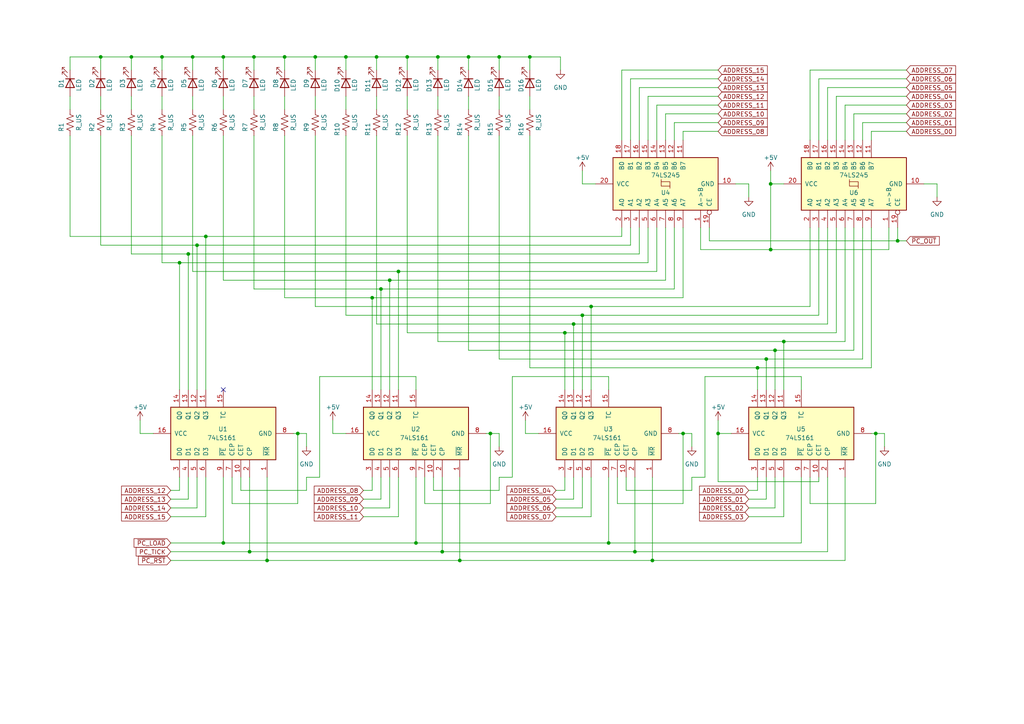
<source format=kicad_sch>
(kicad_sch (version 20231120) (generator "eeschema") (generator_version "8.0")
  (paper "A4")
  (lib_symbols
    (symbol "74xx:74LS161" (pin_names (offset 1.016))
      (property "Reference" "U" (at -7.62 16.51 0))
      (property "Value" "74LS161" (at -7.62 -16.51 0))
      (symbol "74LS161_1_0"
        (pin input line (at -12.7 -12.7 0) (length 5.08) (name "~{MR}") (number "1"))
        (pin input line (at -12.7 -5.08 0) (length 5.08) (name "CET") (number "10"))
        (pin output line (at 12.7 5.08 180) (length 5.08) (name "Q3") (number "11"))
        (pin output line (at 12.7 7.62 180) (length 5.08) (name "Q2") (number "12"))
        (pin output line (at 12.7 10.16 180) (length 5.08) (name "Q1") (number "13"))
        (pin output line (at 12.7 12.7 180) (length 5.08) (name "Q0") (number "14"))
        (pin output line (at 12.7 0 180) (length 5.08) (name "TC") (number "15"))
        (pin power_in line (at 0 20.32 270) (length 5.08) (name "VCC") (number "16"))
        (pin input line (at -12.7 -7.62 0) (length 5.08) (name "CP") (number "2"))
        (pin input line (at -12.7 12.7 0) (length 5.08) (name "D0") (number "3"))
        (pin input line (at -12.7 10.16 0) (length 5.08) (name "D1") (number "4"))
        (pin input line (at -12.7 7.62 0) (length 5.08) (name "D2") (number "5"))
        (pin input line (at -12.7 5.08 0) (length 5.08) (name "D3") (number "6"))
        (pin input line (at -12.7 -2.54 0) (length 5.08) (name "CEP") (number "7"))
        (pin power_in line (at 0 -20.32 90) (length 5.08) (name "GND") (number "8"))
        (pin input line (at -12.7 0 0) (length 5.08) (name "~{PE}") (number "9"))
      )
      (symbol "74LS161_1_1"
        (rectangle (start -7.62 15.24) (end 7.62 -15.24) (stroke (width 0.254)) (fill (type background)))
      )
    )
    (symbol "74xx:74LS245" (pin_names (offset 1.016))
      (property "Reference" "U" (at -7.62 16.51 0))
      (property "Value" "74LS245" (at -7.62 -16.51 0))
      (symbol "74LS245_1_0"
        (polyline (pts (xy -0.635 -1.27) (xy -0.635 1.27) (xy 0.635 1.27)))
        (polyline (pts (xy -1.27 -1.27) (xy 0.635 -1.27) (xy 0.635 1.27) (xy 1.27 1.27)))
        (pin input line (at -12.7 -10.16 0) (length 5.08) (name "A->B") (number "1"))
        (pin power_in line (at 0 -20.32 90) (length 5.08) (name "GND") (number "10"))
        (pin tri_state line (at 12.7 -5.08 180) (length 5.08) (name "B7") (number "11"))
        (pin tri_state line (at 12.7 -2.54 180) (length 5.08) (name "B6") (number "12"))
        (pin tri_state line (at 12.7 0 180) (length 5.08) (name "B5") (number "13"))
        (pin tri_state line (at 12.7 2.54 180) (length 5.08) (name "B4") (number "14"))
        (pin tri_state line (at 12.7 5.08 180) (length 5.08) (name "B3") (number "15"))
        (pin tri_state line (at 12.7 7.62 180) (length 5.08) (name "B2") (number "16"))
        (pin tri_state line (at 12.7 10.16 180) (length 5.08) (name "B1") (number "17"))
        (pin tri_state line (at 12.7 12.7 180) (length 5.08) (name "B0") (number "18"))
        (pin input inverted (at -12.7 -12.7 0) (length 5.08) (name "CE") (number "19"))
        (pin tri_state line (at -12.7 12.7 0) (length 5.08) (name "A0") (number "2"))
        (pin power_in line (at 0 20.32 270) (length 5.08) (name "VCC") (number "20"))
        (pin tri_state line (at -12.7 10.16 0) (length 5.08) (name "A1") (number "3"))
        (pin tri_state line (at -12.7 7.62 0) (length 5.08) (name "A2") (number "4"))
        (pin tri_state line (at -12.7 5.08 0) (length 5.08) (name "A3") (number "5"))
        (pin tri_state line (at -12.7 2.54 0) (length 5.08) (name "A4") (number "6"))
        (pin tri_state line (at -12.7 0 0) (length 5.08) (name "A5") (number "7"))
        (pin tri_state line (at -12.7 -2.54 0) (length 5.08) (name "A6") (number "8"))
        (pin tri_state line (at -12.7 -5.08 0) (length 5.08) (name "A7") (number "9"))
      )
      (symbol "74LS245_1_1"
        (rectangle (start -7.62 15.24) (end 7.62 -15.24) (stroke (width 0.254)) (fill (type background)))
      )
    )
    (symbol "Device:LED" (pin_numbers hide) (pin_names (offset 1.016) hide)
      (property "Reference" "D" (at 0 2.54 0))
      (property "Value" "LED" (at 0 -2.54 0))
      (symbol "LED_0_1"
        (polyline (pts (xy -1.27 -1.27) (xy -1.27 1.27)) (stroke (width 0.254)))
        (polyline (pts (xy -1.27 0) (xy 1.27 0)))
        (polyline (pts (xy 1.27 -1.27) (xy 1.27 1.27) (xy -1.27 0) (xy 1.27 -1.27)) (stroke (width 0.254)))
        (polyline (pts (xy -3.048 -0.762) (xy -4.572 -2.286) (xy -3.81 -2.286) (xy -4.572 -2.286) (xy -4.572 -1.524)))
        (polyline (pts (xy -1.778 -0.762) (xy -3.302 -2.286) (xy -2.54 -2.286) (xy -3.302 -2.286) (xy -3.302 -1.524)))
      )
      (symbol "LED_1_1"
        (pin passive line (at -3.81 0 0) (length 2.54) (name "K") (number "1"))
        (pin passive line (at 3.81 0 180) (length 2.54) (name "A") (number "2"))
      )
    )
    (symbol "Device:R_US" (pin_numbers hide) (pin_names (offset 0))
      (property "Reference" "R" (at 2.54 0 90))
      (property "Value" "R_US" (at -2.54 0 90))
      (symbol "R_US_0_1"
        (polyline (pts (xy 0 -2.286) (xy 0 -2.54)))
        (polyline (pts (xy 0 2.286) (xy 0 2.54)))
        (polyline (pts (xy 0 -0.762) (xy 1.016 -1.143) (xy 0 -1.524) (xy -1.016 -1.905) (xy 0 -2.286)))
        (polyline (pts (xy 0 0.762) (xy 1.016 0.381) (xy 0 0) (xy -1.016 -0.381) (xy 0 -0.762)))
        (polyline (pts (xy 0 2.286) (xy 1.016 1.905) (xy 0 1.524) (xy -1.016 1.143) (xy 0 0.762)))
      )
      (symbol "R_US_1_1"
        (pin passive line (at 0 3.81 270) (length 1.27) (name "~") (number "1"))
        (pin passive line (at 0 -3.81 90) (length 1.27) (name "~") (number "2"))
      )
    )
    (symbol "power:+5V" (power) (pin_names (offset 0))
      (property "Value" "+5V" (at 0 3.556 0))
      (symbol "+5V_0_1"
        (polyline (pts (xy -0.762 1.27) (xy 0 2.54)))
        (polyline (pts (xy 0 0) (xy 0 2.54)))
        (polyline (pts (xy 0 2.54) (xy 0.762 1.27)))
      )
      (symbol "+5V_1_1"
        (pin power_in line (at 0 0 90) (length 0) hide (name "+5V") (number "1"))
      )
    )
    (symbol "power:GND" (power) (pin_names (offset 0))
      (property "Value" "GND" (at 0 -3.81 0))
      (symbol "GND_0_1"
        (polyline (pts (xy 0 0) (xy 0 -1.27) (xy 1.27 -1.27) (xy 0 -2.54) (xy -1.27 -1.27) (xy 0 -1.27)))
      )
      (symbol "GND_1_1"
        (pin power_in line (at 0 0 270) (length 0) hide (name "GND") (number "1"))
      )
    )
  )
  (junction (at 153.67 16.51))
  (junction (at 118.11 16.51))
  (junction (at 29.21 16.51))
  (junction (at 64.77 16.51))
  (junction (at 227.33 99.06))
  (junction (at 120.65 157.48))
  (junction (at 109.22 16.51))
  (junction (at 82.55 16.51))
  (junction (at 208.28 125.73))
  (junction (at 100.33 16.51))
  (junction (at 64.77 157.48))
  (junction (at 171.45 88.9))
  (junction (at 77.47 162.56))
  (junction (at 222.25 104.14))
  (junction (at 254 125.73))
  (junction (at 57.15 71.12))
  (junction (at 115.57 78.74))
  (junction (at 107.95 86.36))
  (junction (at 142.24 125.73))
  (junction (at 72.39 160.02))
  (junction (at 46.99 16.51))
  (junction (at 224.79 101.6))
  (junction (at 166.37 93.98))
  (junction (at 113.03 81.28))
  (junction (at 198.12 125.73))
  (junction (at 110.49 83.82))
  (junction (at 144.78 16.51))
  (junction (at 55.88 16.51))
  (junction (at 176.53 157.48))
  (junction (at 223.52 72.39))
  (junction (at 133.35 162.56))
  (junction (at 73.66 16.51))
  (junction (at 189.23 162.56))
  (junction (at 38.1 16.51))
  (junction (at 184.15 160.02))
  (junction (at 168.91 91.44))
  (junction (at 91.44 16.51))
  (junction (at 127 16.51))
  (junction (at 135.89 16.51))
  (junction (at 128.27 160.02))
  (junction (at 54.61 73.66))
  (junction (at 59.69 68.58))
  (junction (at 86.36 125.73))
  (junction (at 52.07 76.2))
  (junction (at 163.83 96.52))
  (junction (at 219.71 106.68))
  (junction (at 260.35 69.85))
  (junction (at 223.52 53.34))
  (no_connect (at 64.77 113.03))
  (wire (pts (xy 100.33 16.51) (xy 109.22 16.51)))
  (wire (pts (xy 252.73 125.73) (xy 254 125.73)))
  (wire (pts (xy 135.89 101.6) (xy 224.79 101.6)))
  (wire (pts (xy 182.88 40.64) (xy 182.88 22.86)))
  (wire (pts (xy 168.91 49.53) (xy 168.91 53.34)))
  (wire (pts (xy 260.35 69.85) (xy 262.89 69.85)))
  (wire (pts (xy 152.4 121.92) (xy 152.4 125.73)))
  (wire (pts (xy 163.83 96.52) (xy 242.57 96.52)))
  (wire (pts (xy 64.77 16.51) (xy 73.66 16.51)))
  (wire (pts (xy 82.55 86.36) (xy 107.95 86.36)))
  (wire (pts (xy 171.45 88.9) (xy 171.45 113.03)))
  (wire (pts (xy 135.89 31.75) (xy 135.89 27.94)))
  (wire (pts (xy 73.66 20.32) (xy 73.66 16.51)))
  (wire (pts (xy 55.88 16.51) (xy 64.77 16.51)))
  (wire (pts (xy 227.33 99.06) (xy 245.11 99.06)))
  (wire (pts (xy 242.57 96.52) (xy 242.57 66.04)))
  (wire (pts (xy 55.88 78.74) (xy 115.57 78.74)))
  (wire (pts (xy 69.85 142.24) (xy 69.85 138.43)))
  (wire (pts (xy 267.97 53.34) (xy 271.78 53.34)))
  (wire (pts (xy 217.17 149.86) (xy 227.33 149.86)))
  (wire (pts (xy 120.65 138.43) (xy 120.65 157.48)))
  (wire (pts (xy 182.88 66.04) (xy 182.88 71.12)))
  (wire (pts (xy 217.17 144.78) (xy 222.25 144.78)))
  (wire (pts (xy 127 31.75) (xy 127 27.94)))
  (wire (pts (xy 49.53 149.86) (xy 59.69 149.86)))
  (wire (pts (xy 203.2 72.39) (xy 223.52 72.39)))
  (wire (pts (xy 166.37 93.98) (xy 166.37 113.03)))
  (wire (pts (xy 107.95 86.36) (xy 198.12 86.36)))
  (wire (pts (xy 128.27 160.02) (xy 184.15 160.02)))
  (wire (pts (xy 223.52 72.39) (xy 257.81 72.39)))
  (wire (pts (xy 86.36 146.05) (xy 67.31 146.05)))
  (wire (pts (xy 59.69 68.58) (xy 59.69 113.03)))
  (wire (pts (xy 245.11 138.43) (xy 245.11 162.56)))
  (wire (pts (xy 153.67 20.32) (xy 153.67 16.51)))
  (wire (pts (xy 120.65 109.22) (xy 92.71 109.22)))
  (wire (pts (xy 198.12 125.73) (xy 200.66 125.73)))
  (wire (pts (xy 198.12 38.1) (xy 208.28 38.1)))
  (wire (pts (xy 38.1 73.66) (xy 54.61 73.66)))
  (wire (pts (xy 195.58 40.64) (xy 195.58 35.56)))
  (wire (pts (xy 196.85 125.73) (xy 198.12 125.73)))
  (wire (pts (xy 234.95 66.04) (xy 234.95 88.9)))
  (wire (pts (xy 91.44 31.75) (xy 91.44 27.94)))
  (wire (pts (xy 140.97 125.73) (xy 142.24 125.73)))
  (wire (pts (xy 234.95 40.64) (xy 234.95 20.32)))
  (wire (pts (xy 252.73 106.68) (xy 252.73 66.04)))
  (wire (pts (xy 142.24 125.73) (xy 144.78 125.73)))
  (wire (pts (xy 92.71 109.22) (xy 92.71 138.43)))
  (wire (pts (xy 205.74 69.85) (xy 260.35 69.85)))
  (wire (pts (xy 189.23 138.43) (xy 189.23 162.56)))
  (wire (pts (xy 20.32 31.75) (xy 20.32 27.94)))
  (wire (pts (xy 52.07 138.43) (xy 52.07 142.24)))
  (wire (pts (xy 224.79 113.03) (xy 224.79 101.6)))
  (wire (pts (xy 29.21 31.75) (xy 29.21 27.94)))
  (wire (pts (xy 247.65 33.02) (xy 262.89 33.02)))
  (wire (pts (xy 245.11 30.48) (xy 262.89 30.48)))
  (wire (pts (xy 223.52 53.34) (xy 223.52 72.39)))
  (wire (pts (xy 190.5 66.04) (xy 190.5 78.74)))
  (wire (pts (xy 247.65 66.04) (xy 247.65 101.6)))
  (wire (pts (xy 49.53 160.02) (xy 72.39 160.02)))
  (wire (pts (xy 92.71 138.43) (xy 88.9 138.43)))
  (wire (pts (xy 67.31 146.05) (xy 67.31 138.43)))
  (wire (pts (xy 113.03 81.28) (xy 193.04 81.28)))
  (wire (pts (xy 180.34 20.32) (xy 208.28 20.32)))
  (wire (pts (xy 123.19 138.43) (xy 123.19 146.05)))
  (wire (pts (xy 242.57 27.94) (xy 262.89 27.94)))
  (wire (pts (xy 181.61 142.24) (xy 200.66 142.24)))
  (wire (pts (xy 77.47 138.43) (xy 77.47 162.56)))
  (wire (pts (xy 107.95 138.43) (xy 107.95 142.24)))
  (wire (pts (xy 254 146.05) (xy 254 125.73)))
  (wire (pts (xy 110.49 83.82) (xy 195.58 83.82)))
  (wire (pts (xy 195.58 66.04) (xy 195.58 83.82)))
  (wire (pts (xy 40.64 121.92) (xy 40.64 125.73)))
  (wire (pts (xy 20.32 16.51) (xy 29.21 16.51)))
  (wire (pts (xy 254 125.73) (xy 256.54 125.73)))
  (wire (pts (xy 222.25 104.14) (xy 222.25 113.03)))
  (wire (pts (xy 55.88 20.32) (xy 55.88 16.51)))
  (wire (pts (xy 240.03 25.4) (xy 262.89 25.4)))
  (wire (pts (xy 64.77 39.37) (xy 64.77 81.28)))
  (wire (pts (xy 156.21 125.73) (xy 152.4 125.73)))
  (wire (pts (xy 105.41 147.32) (xy 113.03 147.32)))
  (wire (pts (xy 73.66 16.51) (xy 82.55 16.51)))
  (wire (pts (xy 46.99 20.32) (xy 46.99 16.51)))
  (wire (pts (xy 100.33 125.73) (xy 96.52 125.73)))
  (wire (pts (xy 252.73 38.1) (xy 262.89 38.1)))
  (wire (pts (xy 49.53 142.24) (xy 52.07 142.24)))
  (wire (pts (xy 110.49 138.43) (xy 110.49 144.78)))
  (wire (pts (xy 204.47 138.43) (xy 204.47 109.22)))
  (wire (pts (xy 224.79 138.43) (xy 224.79 147.32)))
  (wire (pts (xy 118.11 31.75) (xy 118.11 27.94)))
  (wire (pts (xy 59.69 68.58) (xy 180.34 68.58)))
  (wire (pts (xy 185.42 66.04) (xy 185.42 73.66)))
  (wire (pts (xy 105.41 142.24) (xy 107.95 142.24)))
  (wire (pts (xy 182.88 22.86) (xy 208.28 22.86)))
  (wire (pts (xy 176.53 113.03) (xy 176.53 109.22)))
  (wire (pts (xy 135.89 16.51) (xy 144.78 16.51)))
  (wire (pts (xy 176.53 138.43) (xy 176.53 157.48)))
  (wire (pts (xy 240.03 40.64) (xy 240.03 25.4)))
  (wire (pts (xy 222.25 104.14) (xy 250.19 104.14)))
  (wire (pts (xy 232.41 109.22) (xy 232.41 113.03)))
  (wire (pts (xy 161.29 144.78) (xy 166.37 144.78)))
  (wire (pts (xy 38.1 73.66) (xy 38.1 39.37)))
  (wire (pts (xy 193.04 40.64) (xy 193.04 33.02)))
  (wire (pts (xy 213.36 53.34) (xy 217.17 53.34)))
  (wire (pts (xy 185.42 25.4) (xy 208.28 25.4)))
  (wire (pts (xy 208.28 121.92) (xy 208.28 125.73)))
  (wire (pts (xy 187.96 40.64) (xy 187.96 27.94)))
  (wire (pts (xy 115.57 138.43) (xy 115.57 149.86)))
  (wire (pts (xy 46.99 31.75) (xy 46.99 27.94)))
  (wire (pts (xy 49.53 147.32) (xy 57.15 147.32)))
  (wire (pts (xy 162.56 16.51) (xy 162.56 20.32)))
  (wire (pts (xy 245.11 66.04) (xy 245.11 99.06)))
  (wire (pts (xy 237.49 139.7) (xy 237.49 138.43)))
  (wire (pts (xy 176.53 157.48) (xy 120.65 157.48)))
  (wire (pts (xy 91.44 20.32) (xy 91.44 16.51)))
  (wire (pts (xy 128.27 160.02) (xy 128.27 138.43)))
  (wire (pts (xy 72.39 160.02) (xy 128.27 160.02)))
  (wire (pts (xy 250.19 35.56) (xy 262.89 35.56)))
  (wire (pts (xy 219.71 106.68) (xy 252.73 106.68)))
  (wire (pts (xy 115.57 78.74) (xy 190.5 78.74)))
  (wire (pts (xy 127 16.51) (xy 135.89 16.51)))
  (wire (pts (xy 64.77 138.43) (xy 64.77 157.48)))
  (wire (pts (xy 219.71 106.68) (xy 219.71 113.03)))
  (wire (pts (xy 232.41 157.48) (xy 176.53 157.48)))
  (wire (pts (xy 200.66 138.43) (xy 204.47 138.43)))
  (wire (pts (xy 49.53 144.78) (xy 54.61 144.78)))
  (wire (pts (xy 133.35 138.43) (xy 133.35 162.56)))
  (wire (pts (xy 219.71 138.43) (xy 219.71 142.24)))
  (wire (pts (xy 29.21 39.37) (xy 29.21 71.12)))
  (wire (pts (xy 73.66 83.82) (xy 110.49 83.82)))
  (wire (pts (xy 240.03 160.02) (xy 240.03 138.43)))
  (wire (pts (xy 142.24 146.05) (xy 142.24 125.73)))
  (wire (pts (xy 52.07 76.2) (xy 46.99 76.2)))
  (wire (pts (xy 203.2 66.04) (xy 203.2 72.39)))
  (wire (pts (xy 256.54 125.73) (xy 256.54 129.54)))
  (wire (pts (xy 82.55 16.51) (xy 91.44 16.51)))
  (wire (pts (xy 49.53 162.56) (xy 77.47 162.56)))
  (wire (pts (xy 64.77 81.28) (xy 113.03 81.28)))
  (wire (pts (xy 171.45 138.43) (xy 171.45 149.86)))
  (wire (pts (xy 187.96 27.94) (xy 208.28 27.94)))
  (wire (pts (xy 234.95 138.43) (xy 234.95 146.05)))
  (wire (pts (xy 144.78 125.73) (xy 144.78 129.54)))
  (wire (pts (xy 82.55 31.75) (xy 82.55 27.94)))
  (wire (pts (xy 57.15 71.12) (xy 182.88 71.12)))
  (wire (pts (xy 144.78 31.75) (xy 144.78 27.94)))
  (wire (pts (xy 208.28 139.7) (xy 208.28 125.73)))
  (wire (pts (xy 223.52 49.53) (xy 223.52 53.34)))
  (wire (pts (xy 91.44 39.37) (xy 91.44 88.9)))
  (wire (pts (xy 54.61 138.43) (xy 54.61 144.78)))
  (wire (pts (xy 245.11 162.56) (xy 189.23 162.56)))
  (wire (pts (xy 118.11 96.52) (xy 163.83 96.52)))
  (wire (pts (xy 29.21 20.32) (xy 29.21 16.51)))
  (wire (pts (xy 200.66 125.73) (xy 200.66 129.54)))
  (wire (pts (xy 250.19 66.04) (xy 250.19 104.14)))
  (wire (pts (xy 161.29 149.86) (xy 171.45 149.86)))
  (wire (pts (xy 55.88 31.75) (xy 55.88 27.94)))
  (wire (pts (xy 73.66 83.82) (xy 73.66 39.37)))
  (wire (pts (xy 109.22 93.98) (xy 166.37 93.98)))
  (wire (pts (xy 88.9 125.73) (xy 88.9 129.54)))
  (wire (pts (xy 82.55 39.37) (xy 82.55 86.36)))
  (wire (pts (xy 185.42 40.64) (xy 185.42 25.4)))
  (wire (pts (xy 234.95 20.32) (xy 262.89 20.32)))
  (wire (pts (xy 127 20.32) (xy 127 16.51)))
  (wire (pts (xy 52.07 113.03) (xy 52.07 76.2)))
  (wire (pts (xy 85.09 125.73) (xy 86.36 125.73)))
  (wire (pts (xy 153.67 31.75) (xy 153.67 27.94)))
  (wire (pts (xy 222.25 138.43) (xy 222.25 144.78)))
  (wire (pts (xy 176.53 109.22) (xy 148.59 109.22)))
  (wire (pts (xy 161.29 142.24) (xy 163.83 142.24)))
  (wire (pts (xy 205.74 66.04) (xy 205.74 69.85)))
  (wire (pts (xy 29.21 16.51) (xy 38.1 16.51)))
  (wire (pts (xy 232.41 138.43) (xy 232.41 157.48)))
  (wire (pts (xy 144.78 142.24) (xy 125.73 142.24)))
  (wire (pts (xy 109.22 16.51) (xy 118.11 16.51)))
  (wire (pts (xy 187.96 66.04) (xy 187.96 76.2)))
  (wire (pts (xy 38.1 16.51) (xy 46.99 16.51)))
  (wire (pts (xy 29.21 71.12) (xy 57.15 71.12)))
  (wire (pts (xy 168.91 91.44) (xy 168.91 113.03)))
  (wire (pts (xy 190.5 40.64) (xy 190.5 30.48)))
  (wire (pts (xy 166.37 138.43) (xy 166.37 144.78)))
  (wire (pts (xy 118.11 20.32) (xy 118.11 16.51)))
  (wire (pts (xy 54.61 73.66) (xy 54.61 113.03)))
  (wire (pts (xy 242.57 40.64) (xy 242.57 27.94)))
  (wire (pts (xy 190.5 30.48) (xy 208.28 30.48)))
  (wire (pts (xy 237.49 91.44) (xy 237.49 66.04)))
  (wire (pts (xy 144.78 104.14) (xy 222.25 104.14)))
  (wire (pts (xy 144.78 39.37) (xy 144.78 104.14)))
  (wire (pts (xy 100.33 20.32) (xy 100.33 16.51)))
  (wire (pts (xy 44.45 125.73) (xy 40.64 125.73)))
  (wire (pts (xy 184.15 160.02) (xy 240.03 160.02)))
  (wire (pts (xy 120.65 157.48) (xy 64.77 157.48)))
  (wire (pts (xy 125.73 142.24) (xy 125.73 138.43)))
  (wire (pts (xy 260.35 69.85) (xy 260.35 66.04)))
  (wire (pts (xy 168.91 138.43) (xy 168.91 147.32)))
  (wire (pts (xy 144.78 16.51) (xy 153.67 16.51)))
  (wire (pts (xy 257.81 66.04) (xy 257.81 72.39)))
  (wire (pts (xy 109.22 20.32) (xy 109.22 16.51)))
  (wire (pts (xy 105.41 149.86) (xy 115.57 149.86)))
  (wire (pts (xy 166.37 93.98) (xy 240.03 93.98)))
  (wire (pts (xy 113.03 147.32) (xy 113.03 138.43)))
  (wire (pts (xy 52.07 76.2) (xy 187.96 76.2)))
  (wire (pts (xy 107.95 86.36) (xy 107.95 113.03)))
  (wire (pts (xy 57.15 71.12) (xy 57.15 113.03)))
  (wire (pts (xy 127 99.06) (xy 227.33 99.06)))
  (wire (pts (xy 208.28 139.7) (xy 237.49 139.7)))
  (wire (pts (xy 64.77 31.75) (xy 64.77 27.94)))
  (wire (pts (xy 153.67 106.68) (xy 219.71 106.68)))
  (wire (pts (xy 172.72 53.34) (xy 168.91 53.34)))
  (wire (pts (xy 180.34 40.64) (xy 180.34 20.32)))
  (wire (pts (xy 179.07 138.43) (xy 179.07 146.05)))
  (wire (pts (xy 212.09 125.73) (xy 208.28 125.73)))
  (wire (pts (xy 118.11 16.51) (xy 127 16.51)))
  (wire (pts (xy 73.66 31.75) (xy 73.66 27.94)))
  (wire (pts (xy 234.95 146.05) (xy 254 146.05)))
  (wire (pts (xy 110.49 83.82) (xy 110.49 113.03)))
  (wire (pts (xy 240.03 66.04) (xy 240.03 93.98)))
  (wire (pts (xy 91.44 88.9) (xy 171.45 88.9)))
  (wire (pts (xy 163.83 96.52) (xy 163.83 113.03)))
  (wire (pts (xy 105.41 144.78) (xy 110.49 144.78)))
  (wire (pts (xy 100.33 31.75) (xy 100.33 27.94)))
  (wire (pts (xy 179.07 146.05) (xy 198.12 146.05)))
  (wire (pts (xy 135.89 20.32) (xy 135.89 16.51)))
  (wire (pts (xy 100.33 91.44) (xy 168.91 91.44)))
  (wire (pts (xy 161.29 147.32) (xy 168.91 147.32)))
  (wire (pts (xy 189.23 162.56) (xy 133.35 162.56)))
  (wire (pts (xy 224.79 101.6) (xy 247.65 101.6)))
  (wire (pts (xy 72.39 138.43) (xy 72.39 160.02)))
  (wire (pts (xy 57.15 138.43) (xy 57.15 147.32)))
  (wire (pts (xy 217.17 53.34) (xy 217.17 57.15)))
  (wire (pts (xy 55.88 78.74) (xy 55.88 39.37)))
  (wire (pts (xy 168.91 91.44) (xy 237.49 91.44)))
  (wire (pts (xy 204.47 109.22) (xy 232.41 109.22)))
  (wire (pts (xy 153.67 106.68) (xy 153.67 39.37)))
  (wire (pts (xy 144.78 138.43) (xy 144.78 142.24)))
  (wire (pts (xy 250.19 40.64) (xy 250.19 35.56)))
  (wire (pts (xy 120.65 113.03) (xy 120.65 109.22)))
  (wire (pts (xy 118.11 96.52) (xy 118.11 39.37)))
  (wire (pts (xy 198.12 38.1) (xy 198.12 40.64)))
  (wire (pts (xy 109.22 39.37) (xy 109.22 93.98)))
  (wire (pts (xy 193.04 33.02) (xy 208.28 33.02)))
  (wire (pts (xy 245.11 40.64) (xy 245.11 30.48)))
  (wire (pts (xy 20.32 68.58) (xy 20.32 39.37)))
  (wire (pts (xy 38.1 31.75) (xy 38.1 27.94)))
  (wire (pts (xy 46.99 39.37) (xy 46.99 76.2)))
  (wire (pts (xy 135.89 101.6) (xy 135.89 39.37)))
  (wire (pts (xy 100.33 91.44) (xy 100.33 39.37)))
  (wire (pts (xy 115.57 78.74) (xy 115.57 113.03)))
  (wire (pts (xy 184.15 160.02) (xy 184.15 138.43)))
  (wire (pts (xy 144.78 20.32) (xy 144.78 16.51)))
  (wire (pts (xy 113.03 81.28) (xy 113.03 113.03)))
  (wire (pts (xy 109.22 31.75) (xy 109.22 27.94)))
  (wire (pts (xy 200.66 142.24) (xy 200.66 138.43)))
  (wire (pts (xy 148.59 109.22) (xy 148.59 138.43)))
  (wire (pts (xy 171.45 88.9) (xy 234.95 88.9)))
  (wire (pts (xy 271.78 53.34) (xy 271.78 57.15)))
  (wire (pts (xy 227.33 99.06) (xy 227.33 113.03)))
  (wire (pts (xy 217.17 142.24) (xy 219.71 142.24)))
  (wire (pts (xy 180.34 66.04) (xy 180.34 68.58)))
  (wire (pts (xy 82.55 20.32) (xy 82.55 16.51)))
  (wire (pts (xy 123.19 146.05) (xy 142.24 146.05)))
  (wire (pts (xy 133.35 162.56) (xy 77.47 162.56)))
  (wire (pts (xy 91.44 16.51) (xy 100.33 16.51)))
  (wire (pts (xy 217.17 147.32) (xy 224.79 147.32)))
  (wire (pts (xy 198.12 66.04) (xy 198.12 86.36)))
  (wire (pts (xy 86.36 125.73) (xy 86.36 146.05)))
  (wire (pts (xy 247.65 40.64) (xy 247.65 33.02)))
  (wire (pts (xy 127 39.37) (xy 127 99.06)))
  (wire (pts (xy 181.61 138.43) (xy 181.61 142.24)))
  (wire (pts (xy 86.36 125.73) (xy 88.9 125.73)))
  (wire (pts (xy 59.69 149.86) (xy 59.69 138.43)))
  (wire (pts (xy 153.67 16.51) (xy 162.56 16.51)))
  (wire (pts (xy 252.73 40.64) (xy 252.73 38.1)))
  (wire (pts (xy 96.52 121.92) (xy 96.52 125.73)))
  (wire (pts (xy 88.9 142.24) (xy 69.85 142.24)))
  (wire (pts (xy 195.58 35.56) (xy 208.28 35.56)))
  (wire (pts (xy 46.99 16.51) (xy 55.88 16.51)))
  (wire (pts (xy 198.12 146.05) (xy 198.12 125.73)))
  (wire (pts (xy 20.32 20.32) (xy 20.32 16.51)))
  (wire (pts (xy 237.49 22.86) (xy 262.89 22.86)))
  (wire (pts (xy 237.49 40.64) (xy 237.49 22.86)))
  (wire (pts (xy 38.1 20.32) (xy 38.1 16.51)))
  (wire (pts (xy 88.9 138.43) (xy 88.9 142.24)))
  (wire (pts (xy 193.04 66.04) (xy 193.04 81.28)))
  (wire (pts (xy 20.32 68.58) (xy 59.69 68.58)))
  (wire (pts (xy 227.33 53.34) (xy 223.52 53.34)))
  (wire (pts (xy 148.59 138.43) (xy 144.78 138.43)))
  (wire (pts (xy 64.77 20.32) (xy 64.77 16.51)))
  (wire (pts (xy 163.83 138.43) (xy 163.83 142.24)))
  (wire (pts (xy 227.33 138.43) (xy 227.33 149.86)))
  (wire (pts (xy 49.53 157.48) (xy 64.77 157.48)))
  (wire (pts (xy 54.61 73.66) (xy 185.42 73.66)))
  (global_label "ADDRESS_02" (shape input) (at 262.89 33.02 0) (property "Intersheetrefs" "${INTERSHEET_REFS}" (effects (hide yes))))
  (global_label "~{PC_LOAD}" (shape input) (at 49.53 157.48 180) (property "Intersheetrefs" "${INTERSHEET_REFS}" (effects (hide yes))))
  (global_label "~{PC_RST}" (shape input) (at 49.53 162.56 180) (property "Intersheetrefs" "${INTERSHEET_REFS}" (effects (hide yes))))
  (global_label "ADDRESS_14" (shape input) (at 208.28 22.86 0) (property "Intersheetrefs" "${INTERSHEET_REFS}" (effects (hide yes))))
  (global_label "ADDRESS_00" (shape input) (at 262.89 38.1 0) (property "Intersheetrefs" "${INTERSHEET_REFS}" (effects (hide yes))))
  (global_label "~{PC_OUT}" (shape input) (at 262.89 69.85 0) (property "Intersheetrefs" "${INTERSHEET_REFS}" (effects (hide yes))))
  (global_label "ADDRESS_15" (shape input) (at 49.53 149.86 180) (property "Intersheetrefs" "${INTERSHEET_REFS}" (effects (hide yes))))
  (global_label "ADDRESS_05" (shape input) (at 161.29 144.78 180) (property "Intersheetrefs" "${INTERSHEET_REFS}" (effects (hide yes))))
  (global_label "ADDRESS_00" (shape input) (at 217.17 142.24 180) (property "Intersheetrefs" "${INTERSHEET_REFS}" (effects (hide yes))))
  (global_label "ADDRESS_07" (shape input) (at 161.29 149.86 180) (property "Intersheetrefs" "${INTERSHEET_REFS}" (effects (hide yes))))
  (global_label "ADDRESS_10" (shape input) (at 105.41 147.32 180) (property "Intersheetrefs" "${INTERSHEET_REFS}" (effects (hide yes))))
  (global_label "ADDRESS_11" (shape input) (at 105.41 149.86 180) (property "Intersheetrefs" "${INTERSHEET_REFS}" (effects (hide yes))))
  (global_label "ADDRESS_08" (shape input) (at 208.28 38.1 0) (property "Intersheetrefs" "${INTERSHEET_REFS}" (effects (hide yes))))
  (global_label "ADDRESS_14" (shape input) (at 49.53 147.32 180) (property "Intersheetrefs" "${INTERSHEET_REFS}" (effects (hide yes))))
  (global_label "PC_TICK" (shape input) (at 49.53 160.02 180) (property "Intersheetrefs" "${INTERSHEET_REFS}" (effects (hide yes))))
  (global_label "ADDRESS_06" (shape input) (at 161.29 147.32 180) (property "Intersheetrefs" "${INTERSHEET_REFS}" (effects (hide yes))))
  (global_label "ADDRESS_01" (shape input) (at 217.17 144.78 180) (property "Intersheetrefs" "${INTERSHEET_REFS}" (effects (hide yes))))
  (global_label "ADDRESS_04" (shape input) (at 262.89 27.94 0) (property "Intersheetrefs" "${INTERSHEET_REFS}" (effects (hide yes))))
  (global_label "ADDRESS_05" (shape input) (at 262.89 25.4 0) (property "Intersheetrefs" "${INTERSHEET_REFS}" (effects (hide yes))))
  (global_label "ADDRESS_13" (shape input) (at 208.28 25.4 0) (property "Intersheetrefs" "${INTERSHEET_REFS}" (effects (hide yes))))
  (global_label "ADDRESS_03" (shape input) (at 262.89 30.48 0) (property "Intersheetrefs" "${INTERSHEET_REFS}" (effects (hide yes))))
  (global_label "ADDRESS_03" (shape input) (at 217.17 149.86 180) (property "Intersheetrefs" "${INTERSHEET_REFS}" (effects (hide yes))))
  (global_label "ADDRESS_01" (shape input) (at 262.89 35.56 0) (property "Intersheetrefs" "${INTERSHEET_REFS}" (effects (hide yes))))
  (global_label "ADDRESS_06" (shape input) (at 262.89 22.86 0) (property "Intersheetrefs" "${INTERSHEET_REFS}" (effects (hide yes))))
  (global_label "ADDRESS_02" (shape input) (at 217.17 147.32 180) (property "Intersheetrefs" "${INTERSHEET_REFS}" (effects (hide yes))))
  (global_label "ADDRESS_12" (shape input) (at 208.28 27.94 0) (property "Intersheetrefs" "${INTERSHEET_REFS}" (effects (hide yes))))
  (global_label "ADDRESS_07" (shape input) (at 262.89 20.32 0) (property "Intersheetrefs" "${INTERSHEET_REFS}" (effects (hide yes))))
  (global_label "ADDRESS_15" (shape input) (at 208.28 20.32 0) (property "Intersheetrefs" "${INTERSHEET_REFS}" (effects (hide yes))))
  (global_label "ADDRESS_04" (shape input) (at 161.29 142.24 180) (property "Intersheetrefs" "${INTERSHEET_REFS}" (effects (hide yes))))
  (global_label "ADDRESS_09" (shape input) (at 208.28 35.56 0) (property "Intersheetrefs" "${INTERSHEET_REFS}" (effects (hide yes))))
  (global_label "ADDRESS_12" (shape input) (at 49.53 142.24 180) (property "Intersheetrefs" "${INTERSHEET_REFS}" (effects (hide yes))))
  (global_label "ADDRESS_09" (shape input) (at 105.41 144.78 180) (property "Intersheetrefs" "${INTERSHEET_REFS}" (effects (hide yes))))
  (global_label "ADDRESS_10" (shape input) (at 208.28 33.02 0) (property "Intersheetrefs" "${INTERSHEET_REFS}" (effects (hide yes))))
  (global_label "ADDRESS_11" (shape input) (at 208.28 30.48 0) (property "Intersheetrefs" "${INTERSHEET_REFS}" (effects (hide yes))))
  (global_label "ADDRESS_13" (shape input) (at 49.53 144.78 180) (property "Intersheetrefs" "${INTERSHEET_REFS}" (effects (hide yes))))
  (global_label "ADDRESS_08" (shape input) (at 105.41 142.24 180) (property "Intersheetrefs" "${INTERSHEET_REFS}" (effects (hide yes))))
  (symbol (lib_id "Device:LED") (at 91.44 24.13 270) (unit 1)
    (property "Reference" "D9" (at 88.9 22.86 0) (effects (justify left)))
    (property "Value" "LED" (at 93.98 22.86 0) (effects (justify left)))
    (property "Footprint" "LED_THT:LED_D3.0mm" (effects (hide yes)))
  )
  (symbol (lib_id "Device:LED") (at 82.55 24.13 270) (unit 1)
    (property "Reference" "D8" (at 80.01 22.86 0) (effects (justify left)))
    (property "Value" "LED" (at 85.09 22.86 0) (effects (justify left)))
    (property "Footprint" "LED_THT:LED_D3.0mm" (effects (hide yes)))
  )
  (symbol (lib_id "Device:R_US") (at 82.55 35.56 180) (unit 1)
    (property "Reference" "R8" (at 80.01 35.56 90) (effects (justify left)))
    (property "Value" "R_US" (at 85.09 33.02 90) (effects (justify left)))
    (property "Footprint" "Resistor_THT:R_Axial_DIN0207_L6.3mm_D2.5mm_P10.16mm_Horizontal" (effects (hide yes)))
  )
  (symbol (lib_id "Device:LED") (at 55.88 24.13 270) (unit 1)
    (property "Reference" "D5" (at 53.34 22.86 0) (effects (justify left)))
    (property "Value" "LED" (at 58.42 22.86 0) (effects (justify left)))
    (property "Footprint" "LED_THT:LED_D3.0mm" (effects (hide yes)))
  )
  (symbol (lib_id "power:GND") (at 88.9 129.54 0) (unit 1)
    (property "Reference" "#PWR02" (effects (hide yes)))
    (property "Value" "GND" (at 88.9 134.62 0))
  )
  (symbol (lib_id "74xx:74LS161") (at 64.77 125.73 90) (unit 1)
    (property "Reference" "U1" (at 66.04 124.46 90) (effects (justify left)))
    (property "Value" "74LS161" (at 68.58 127 90) (effects (justify left)))
    (property "Footprint" "Package_DIP:DIP-16_W7.62mm_LongPads" (effects (hide yes)))
    (property "Datasheet" "http://www.ti.com/lit/gpn/sn74LS161" (effects (hide yes)))
  )
  (symbol (lib_id "Device:R_US") (at 64.77 35.56 180) (unit 1)
    (property "Reference" "R6" (at 62.23 35.56 90) (effects (justify left)))
    (property "Value" "R_US" (at 67.31 33.02 90) (effects (justify left)))
    (property "Footprint" "Resistor_THT:R_Axial_DIN0207_L6.3mm_D2.5mm_P10.16mm_Horizontal" (effects (hide yes)))
  )
  (symbol (lib_id "Device:LED") (at 127 24.13 270) (unit 1)
    (property "Reference" "D13" (at 124.46 22.86 0) (effects (justify left)))
    (property "Value" "LED" (at 129.54 22.86 0) (effects (justify left)))
    (property "Footprint" "LED_THT:LED_D3.0mm" (effects (hide yes)))
  )
  (symbol (lib_id "power:GND") (at 144.78 129.54 0) (unit 1)
    (property "Reference" "#PWR04" (effects (hide yes)))
    (property "Value" "GND" (at 144.78 134.62 0))
  )
  (symbol (lib_id "Device:R_US") (at 127 35.56 180) (unit 1)
    (property "Reference" "R13" (at 124.46 35.56 90) (effects (justify left)))
    (property "Value" "R_US" (at 129.54 33.02 90) (effects (justify left)))
    (property "Footprint" "Resistor_THT:R_Axial_DIN0207_L6.3mm_D2.5mm_P10.16mm_Horizontal" (effects (hide yes)))
  )
  (symbol (lib_id "Device:R_US") (at 118.11 35.56 180) (unit 1)
    (property "Reference" "R12" (at 115.57 35.56 90) (effects (justify left)))
    (property "Value" "R_US" (at 120.65 33.02 90) (effects (justify left)))
    (property "Footprint" "Resistor_THT:R_Axial_DIN0207_L6.3mm_D2.5mm_P10.16mm_Horizontal" (effects (hide yes)))
  )
  (symbol (lib_id "Device:R_US") (at 20.32 35.56 180) (unit 1)
    (property "Reference" "R1" (at 17.78 35.56 90) (effects (justify left)))
    (property "Value" "R_US" (at 22.86 33.02 90) (effects (justify left)))
    (property "Footprint" "Resistor_THT:R_Axial_DIN0207_L6.3mm_D2.5mm_P10.16mm_Horizontal" (effects (hide yes)))
  )
  (symbol (lib_id "Device:LED") (at 20.32 24.13 270) (unit 1)
    (property "Reference" "D1" (at 17.78 22.86 0) (effects (justify left)))
    (property "Value" "LED" (at 22.86 22.86 0) (effects (justify left)))
    (property "Footprint" "LED_THT:LED_D3.0mm" (effects (hide yes)))
  )
  (symbol (lib_id "Device:LED") (at 64.77 24.13 270) (unit 1)
    (property "Reference" "D6" (at 62.23 22.86 0) (effects (justify left)))
    (property "Value" "LED" (at 67.31 22.86 0) (effects (justify left)))
    (property "Footprint" "LED_THT:LED_D3.0mm" (effects (hide yes)))
  )
  (symbol (lib_id "Device:LED") (at 135.89 24.13 270) (unit 1)
    (property "Reference" "D14" (at 133.35 22.86 0) (effects (justify left)))
    (property "Value" "LED" (at 138.43 22.86 0) (effects (justify left)))
    (property "Footprint" "LED_THT:LED_D3.0mm" (effects (hide yes)))
  )
  (symbol (lib_id "Device:R_US") (at 38.1 35.56 180) (unit 1)
    (property "Reference" "R3" (at 35.56 35.56 90) (effects (justify left)))
    (property "Value" "R_US" (at 40.64 33.02 90) (effects (justify left)))
    (property "Footprint" "Resistor_THT:R_Axial_DIN0207_L6.3mm_D2.5mm_P10.16mm_Horizontal" (effects (hide yes)))
  )
  (symbol (lib_id "power:+5V") (at 96.52 121.92 0) (unit 1)
    (property "Reference" "#PWR03" (effects (hide yes)))
    (property "Value" "+5V" (at 96.52 118.11 0))
  )
  (symbol (lib_id "power:+5V") (at 168.91 49.53 0) (unit 1)
    (property "Reference" "#PWR07" (effects (hide yes)))
    (property "Value" "+5V" (at 168.91 45.72 0))
  )
  (symbol (lib_id "Device:LED") (at 29.21 24.13 270) (unit 1)
    (property "Reference" "D2" (at 26.67 22.86 0) (effects (justify left)))
    (property "Value" "LED" (at 31.75 22.86 0) (effects (justify left)))
    (property "Footprint" "LED_THT:LED_D3.0mm" (effects (hide yes)))
  )
  (symbol (lib_id "power:GND") (at 271.78 57.15 0) (unit 1)
    (property "Reference" "#PWR013" (effects (hide yes)))
    (property "Value" "GND" (at 271.78 62.23 0))
  )
  (symbol (lib_id "Device:LED") (at 100.33 24.13 270) (unit 1)
    (property "Reference" "D10" (at 97.79 22.86 0) (effects (justify left)))
    (property "Value" "LED" (at 102.87 22.86 0) (effects (justify left)))
    (property "Footprint" "LED_THT:LED_D3.0mm" (effects (hide yes)))
  )
  (symbol (lib_id "74xx:74LS245") (at 193.04 53.34 90) (unit 1)
    (property "Reference" "U4" (at 193.04 55.88 90))
    (property "Value" "74LS245" (at 193.04 50.8 90))
    (property "Footprint" "Package_DIP:DIP-20_W7.62mm_LongPads" (effects (hide yes)))
    (property "Datasheet" "http://www.ti.com/lit/gpn/sn74LS245" (effects (hide yes)))
  )
  (symbol (lib_id "Device:R_US") (at 91.44 35.56 180) (unit 1)
    (property "Reference" "R9" (at 88.9 35.56 90) (effects (justify left)))
    (property "Value" "R_US" (at 93.98 33.02 90) (effects (justify left)))
    (property "Footprint" "Resistor_THT:R_Axial_DIN0207_L6.3mm_D2.5mm_P10.16mm_Horizontal" (effects (hide yes)))
  )
  (symbol (lib_id "Device:LED") (at 73.66 24.13 270) (unit 1)
    (property "Reference" "D7" (at 71.12 22.86 0) (effects (justify left)))
    (property "Value" "LED" (at 76.2 22.86 0) (effects (justify left)))
    (property "Footprint" "LED_THT:LED_D3.0mm" (effects (hide yes)))
  )
  (symbol (lib_id "74xx:74LS245") (at 247.65 53.34 90) (unit 1)
    (property "Reference" "U6" (at 247.65 55.88 90))
    (property "Value" "74LS245" (at 247.65 50.8 90))
    (property "Footprint" "Package_DIP:DIP-20_W7.62mm_LongPads" (effects (hide yes)))
    (property "Datasheet" "http://www.ti.com/lit/gpn/sn74LS245" (effects (hide yes)))
  )
  (symbol (lib_id "Device:LED") (at 153.67 24.13 270) (unit 1)
    (property "Reference" "D16" (at 151.13 22.86 0) (effects (justify left)))
    (property "Value" "LED" (at 156.21 22.86 0) (effects (justify left)))
    (property "Footprint" "LED_THT:LED_D3.0mm" (effects (hide yes)))
  )
  (symbol (lib_id "Device:LED") (at 46.99 24.13 270) (unit 1)
    (property "Reference" "D4" (at 44.45 22.86 0) (effects (justify left)))
    (property "Value" "LED" (at 49.53 22.86 0) (effects (justify left)))
    (property "Footprint" "LED_THT:LED_D3.0mm" (effects (hide yes)))
  )
  (symbol (lib_id "power:+5V") (at 152.4 121.92 0) (unit 1)
    (property "Reference" "#PWR05" (effects (hide yes)))
    (property "Value" "+5V" (at 152.4 118.11 0))
  )
  (symbol (lib_id "Device:R_US") (at 100.33 35.56 180) (unit 1)
    (property "Reference" "R10" (at 97.79 35.56 90) (effects (justify left)))
    (property "Value" "R_US" (at 102.87 33.02 90) (effects (justify left)))
    (property "Footprint" "Resistor_THT:R_Axial_DIN0207_L6.3mm_D2.5mm_P10.16mm_Horizontal" (effects (hide yes)))
  )
  (symbol (lib_id "power:GND") (at 162.56 20.32 0) (unit 1)
    (property "Reference" "#PWR06" (effects (hide yes)))
    (property "Value" "GND" (at 162.56 25.4 0))
  )
  (symbol (lib_id "74xx:74LS161") (at 232.41 125.73 90) (unit 1)
    (property "Reference" "U5" (at 233.68 124.46 90) (effects (justify left)))
    (property "Value" "74LS161" (at 236.22 127 90) (effects (justify left)))
    (property "Footprint" "Package_DIP:DIP-16_W7.62mm_LongPads" (effects (hide yes)))
    (property "Datasheet" "http://www.ti.com/lit/gpn/sn74LS161" (effects (hide yes)))
  )
  (symbol (lib_id "Device:R_US") (at 29.21 35.56 180) (unit 1)
    (property "Reference" "R2" (at 26.67 35.56 90) (effects (justify left)))
    (property "Value" "R_US" (at 31.75 33.02 90) (effects (justify left)))
    (property "Footprint" "Resistor_THT:R_Axial_DIN0207_L6.3mm_D2.5mm_P10.16mm_Horizontal" (effects (hide yes)))
  )
  (symbol (lib_id "power:GND") (at 200.66 129.54 0) (unit 1)
    (property "Reference" "#PWR08" (effects (hide yes)))
    (property "Value" "GND" (at 200.66 134.62 0))
  )
  (symbol (lib_id "power:GND") (at 256.54 129.54 0) (unit 1)
    (property "Reference" "#PWR012" (effects (hide yes)))
    (property "Value" "GND" (at 256.54 134.62 0))
  )
  (symbol (lib_id "Device:LED") (at 118.11 24.13 270) (unit 1)
    (property "Reference" "D12" (at 115.57 22.86 0) (effects (justify left)))
    (property "Value" "LED" (at 120.65 22.86 0) (effects (justify left)))
    (property "Footprint" "LED_THT:LED_D3.0mm" (effects (hide yes)))
  )
  (symbol (lib_id "Device:LED") (at 109.22 24.13 270) (unit 1)
    (property "Reference" "D11" (at 106.68 22.86 0) (effects (justify left)))
    (property "Value" "LED" (at 111.76 22.86 0) (effects (justify left)))
    (property "Footprint" "LED_THT:LED_D3.0mm" (effects (hide yes)))
  )
  (symbol (lib_id "power:+5V") (at 223.52 49.53 0) (unit 1)
    (property "Reference" "#PWR011" (effects (hide yes)))
    (property "Value" "+5V" (at 223.52 45.72 0))
  )
  (symbol (lib_id "74xx:74LS161") (at 176.53 125.73 90) (unit 1)
    (property "Reference" "U3" (at 177.8 124.46 90) (effects (justify left)))
    (property "Value" "74LS161" (at 180.34 127 90) (effects (justify left)))
    (property "Footprint" "Package_DIP:DIP-16_W7.62mm_LongPads" (effects (hide yes)))
    (property "Datasheet" "http://www.ti.com/lit/gpn/sn74LS161" (effects (hide yes)))
  )
  (symbol (lib_id "Device:R_US") (at 46.99 35.56 180) (unit 1)
    (property "Reference" "R4" (at 44.45 35.56 90) (effects (justify left)))
    (property "Value" "R_US" (at 49.53 33.02 90) (effects (justify left)))
    (property "Footprint" "Resistor_THT:R_Axial_DIN0207_L6.3mm_D2.5mm_P10.16mm_Horizontal" (effects (hide yes)))
  )
  (symbol (lib_id "Device:R_US") (at 153.67 35.56 180) (unit 1)
    (property "Reference" "R16" (at 151.13 35.56 90) (effects (justify left)))
    (property "Value" "R_US" (at 156.21 33.02 90) (effects (justify left)))
    (property "Footprint" "Resistor_THT:R_Axial_DIN0207_L6.3mm_D2.5mm_P10.16mm_Horizontal" (effects (hide yes)))
  )
  (symbol (lib_id "Device:R_US") (at 55.88 35.56 180) (unit 1)
    (property "Reference" "R5" (at 53.34 35.56 90) (effects (justify left)))
    (property "Value" "R_US" (at 58.42 33.02 90) (effects (justify left)))
    (property "Footprint" "Resistor_THT:R_Axial_DIN0207_L6.3mm_D2.5mm_P10.16mm_Horizontal" (effects (hide yes)))
  )
  (symbol (lib_id "Device:R_US") (at 135.89 35.56 180) (unit 1)
    (property "Reference" "R14" (at 133.35 35.56 90) (effects (justify left)))
    (property "Value" "R_US" (at 138.43 33.02 90) (effects (justify left)))
    (property "Footprint" "Resistor_THT:R_Axial_DIN0207_L6.3mm_D2.5mm_P10.16mm_Horizontal" (effects (hide yes)))
  )
  (symbol (lib_id "Device:R_US") (at 144.78 35.56 180) (unit 1)
    (property "Reference" "R15" (at 142.24 35.56 90) (effects (justify left)))
    (property "Value" "R_US" (at 147.32 33.02 90) (effects (justify left)))
    (property "Footprint" "Resistor_THT:R_Axial_DIN0207_L6.3mm_D2.5mm_P10.16mm_Horizontal" (effects (hide yes)))
  )
  (symbol (lib_id "power:+5V") (at 40.64 121.92 0) (unit 1)
    (property "Reference" "#PWR01" (effects (hide yes)))
    (property "Value" "+5V" (at 40.64 118.11 0))
  )
  (symbol (lib_id "Device:R_US") (at 73.66 35.56 180) (unit 1)
    (property "Reference" "R7" (at 71.12 35.56 90) (effects (justify left)))
    (property "Value" "R_US" (at 76.2 33.02 90) (effects (justify left)))
    (property "Footprint" "Resistor_THT:R_Axial_DIN0207_L6.3mm_D2.5mm_P10.16mm_Horizontal" (effects (hide yes)))
  )
  (symbol (lib_id "Device:LED") (at 38.1 24.13 270) (unit 1)
    (property "Reference" "D3" (at 35.56 22.86 0) (effects (justify left)))
    (property "Value" "LED" (at 40.64 22.86 0) (effects (justify left)))
    (property "Footprint" "LED_THT:LED_D3.0mm" (effects (hide yes)))
  )
  (symbol (lib_id "power:+5V") (at 208.28 121.92 0) (unit 1)
    (property "Reference" "#PWR09" (effects (hide yes)))
    (property "Value" "+5V" (at 208.28 118.11 0))
  )
  (symbol (lib_id "74xx:74LS161") (at 120.65 125.73 90) (unit 1)
    (property "Reference" "U2" (at 121.92 124.46 90) (effects (justify left)))
    (property "Value" "74LS161" (at 124.46 127 90) (effects (justify left)))
    (property "Footprint" "Package_DIP:DIP-16_W7.62mm_LongPads" (effects (hide yes)))
    (property "Datasheet" "http://www.ti.com/lit/gpn/sn74LS161" (effects (hide yes)))
  )
  (symbol (lib_id "Device:R_US") (at 109.22 35.56 180) (unit 1)
    (property "Reference" "R11" (at 106.68 35.56 90) (effects (justify left)))
    (property "Value" "R_US" (at 111.76 33.02 90) (effects (justify left)))
    (property "Footprint" "Resistor_THT:R_Axial_DIN0207_L6.3mm_D2.5mm_P10.16mm_Horizontal" (effects (hide yes)))
  )
  (symbol (lib_id "power:GND") (at 217.17 57.15 0) (unit 1)
    (property "Reference" "#PWR010" (effects (hide yes)))
    (property "Value" "GND" (at 217.17 62.23 0))
  )
  (symbol (lib_id "Device:LED") (at 144.78 24.13 270) (unit 1)
    (property "Reference" "D15" (at 142.24 22.86 0) (effects (justify left)))
    (property "Value" "LED" (at 147.32 22.86 0) (effects (justify left)))
    (property "Footprint" "LED_THT:LED_D3.0mm" (effects (hide yes)))
  )
)
</source>
